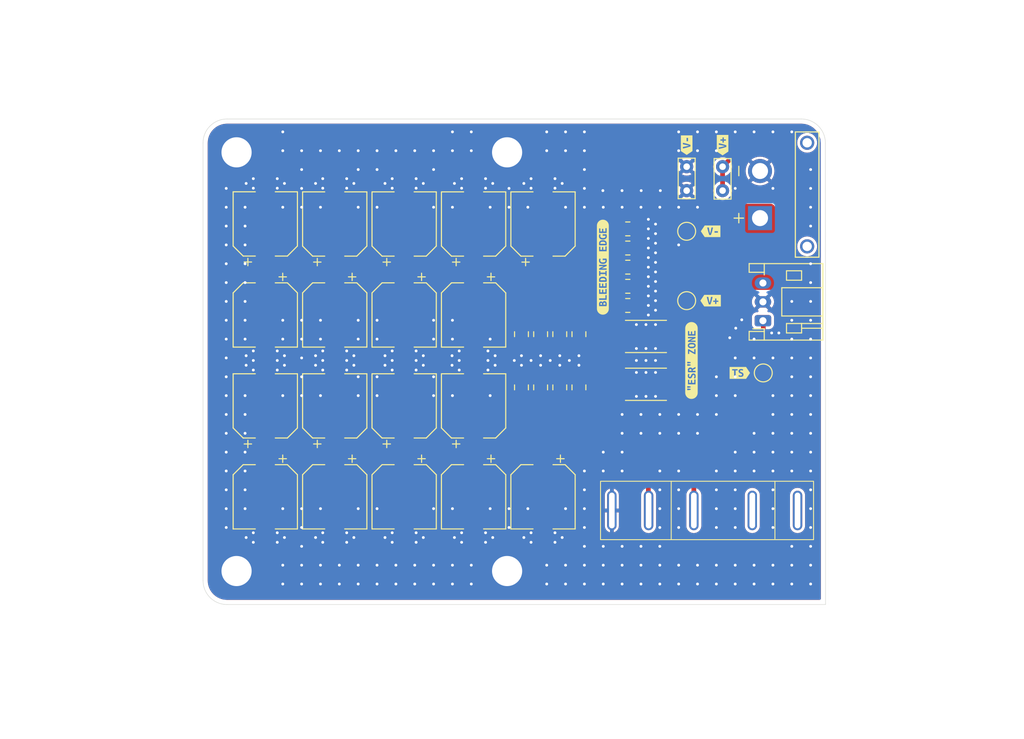
<source format=kicad_pcb>
(kicad_pcb (version 20240108) (generator "pcbnew") (generator_version "8.0")
  (layers (0 "F.Cu" signal) (31 "B.Cu" signal) (34 "B.Paste" user) (35 "F.Paste" user) (36 "B.SilkS" user "B.Silkscreen") (37 "F.SilkS" user "F.Silkscreen") (38 "B.Mask" user) (39 "F.Mask" user) (44 "Edge.Cuts" user))
  (net 0 "")
  (net 1 "VCC")
  (net 2 "GND")
  (net 3 "TS")
  (net 4 "VBAT")
  (footprint "Capacitor_SMD:C_0805_2012Metric" (layer "F.Cu") (at 143.764 92.009 90)
    (property "Reference" "C124" (hide yes))
    (property "Value" "10u" (hide yes))
  )
  (footprint "kibuzzard-67A881E3" (layer "F.Cu") (at 159.258 66.294 90)
    (property "Reference" "kibuzzard-67A881E3" (hide yes))
    (property "Value" "G***" (hide yes))
  )
  (footprint "kibuzzard-67A881D8" (layer "F.Cu") (at 161.798 82.804)
    (property "Reference" "kibuzzard-67A881D8" (hide yes))
    (property "Value" "G***" (hide yes))
  )
  (footprint "kibuzzard-67A881E3" (layer "F.Cu") (at 161.798 75.438)
    (property "Reference" "kibuzzard-67A881E3" (hide yes))
    (property "Value" "G***" (hide yes))
  )
  (footprint "MountingHole:MountingHole_3.2mm_M3_ISO7380_Pad" (layer "F.Cu") (at 111.506 111.506)
    (property "Reference" "H101" (hide yes))
    (property "Value" "MountingHole_Pad" (hide yes))
  )
  (footprint "Resistor_SMD:R_2512_6332Metric" (layer "F.Cu") (at 154.94 86.602 180)
    (property "Reference" "R101" (hide yes))
    (property "Value" "300m" (hide yes))
  )
  (footprint "Resistor_SMD:R_2512_6332Metric" (layer "F.Cu") (at 154.94 91.682 180)
    (property "Reference" "R102" (hide yes))
    (property "Value" "300m" (hide yes))
  )
  (footprint "MountingHole:MountingHole_3.2mm_M3_ISO7380_Pad" (layer "F.Cu") (at 140.208 111.506)
    (property "Reference" "H104" (hide yes))
    (property "Value" "MountingHole_Pad" (hide yes))
  )
  (footprint "Capacitor_SMD:CP_Elec_6.3x5.4" (layer "F.Cu") (at 121.92 93.974 90)
    (property "Reference" "C114" (hide yes))
    (property "Value" "100u" (hide yes))
  )
  (footprint "TestPoint:TestPoint_Pad_D1.5mm" (layer "F.Cu") (at 159.258 75.438)
    (property "Reference" "TP103" (hide yes))
    (property "Value" "TestPoint" (hide yes))
  )
  (footprint "Capacitor_SMD:CP_Elec_6.3x5.4" (layer "F.Cu") (at 129.286 74.664 90)
    (property "Reference" "C102" (hide yes))
    (property "Value" "100u" (hide yes))
  )
  (footprint "MUFFIN:WXD3-13" (layer "F.Cu") (at 161.72 108.077)
    (property "Reference" "RV101" (hide yes))
    (property "Value" "R_Potentiometer" (hide yes))
  )
  (footprint "Capacitor_SMD:CP_Elec_6.3x5.4" (layer "F.Cu") (at 114.554 74.658 90)
    (property "Reference" "C105" (hide yes))
    (property "Value" "100u" (hide yes))
  )
  (footprint "kibuzzard-67A881D8" (layer "F.Cu") (at 163.068 66.294 90)
    (property "Reference" "kibuzzard-67A881D8" (hide yes))
    (property "Value" "G***" (hide yes))
  )
  (footprint "Resistor_SMD:R_0805_2012Metric" (layer "F.Cu") (at 153.0115 83.312 180)
    (property "Reference" "R103" (hide yes))
    (property "Value" "1M" (hide yes))
  )
  (footprint "Capacitor_SMD:C_0805_2012Metric" (layer "F.Cu") (at 147.828 86.36 -90)
    (property "Reference" "C119" (hide yes))
    (property "Value" "10u" (hide yes))
  )
  (footprint "Resistor_SMD:R_0805_2012Metric" (layer "F.Cu") (at 153.0115 77.216 180)
    (property "Reference" "R106" (hide yes))
    (property "Value" "1M" (hide yes))
  )
  (footprint "Resistor_SMD:R_0805_2012Metric" (layer "F.Cu") (at 153.0115 79.248 180)
    (property "Reference" "R105" (hide yes))
    (property "Value" "1M" (hide yes))
  )
  (footprint "Capacitor_SMD:C_0805_2012Metric" (layer "F.Cu") (at 145.796 92.009 90)
    (property "Reference" "C125" (hide yes))
    (property "Value" "10u" (hide yes))
  )
  (footprint "MountingHole:MountingHole_3.2mm_M3_ISO7380_Pad" (layer "F.Cu") (at 140.208 67.056)
    (property "Reference" "H103" (hide yes))
    (property "Value" "MountingHole_Pad" (hide yes))
  )
  (footprint "Capacitor_SMD:CP_Elec_6.3x5.4" (layer "F.Cu") (at 136.652 84.322 -90)
    (property "Reference" "C106" (hide yes))
    (property "Value" "100u" (hide yes))
  )
  (footprint "Capacitor_SMD:CP_Elec_6.3x5.4" (layer "F.Cu") (at 121.92 74.664 90)
    (property "Reference" "C101" (hide yes))
    (property "Value" "100u" (hide yes))
  )
  (footprint "kibuzzard-67A87EB1" (layer "F.Cu") (at 150.368 79.248 90)
    (property "Reference" "kibuzzard-67A87EB1" (hide yes))
    (property "Value" "G***" (hide yes))
  )
  (footprint "Capacitor_SMD:C_0805_2012Metric" (layer "F.Cu") (at 143.764 86.36 -90)
    (property "Reference" "C121" (hide yes))
    (property "Value" "10u" (hide yes))
  )
  (footprint "Capacitor_SMD:C_0805_2012Metric" (layer "F.Cu") (at 147.828 92.009 90)
    (property "Reference" "C126" (hide yes))
    (property "Value" "10u" (hide yes))
  )
  (footprint "footprints:AMASS_XT30PW-F" (layer "F.Cu") (at 172.03925 71.54 -90)
    (property "Reference" "J102" (hide yes))
    (property "Value" "XT30PW-F" (hide yes))
  )
  (footprint "Symbol:Symbol_HighVoltage_Triangle_6x6mm_Copper" (layer "F.Cu") (at 153.543 67.437)
    (property "Reference" "REF**" (hide yes))
    (property "Value" "Symbol_HighVoltage_Triangle_6x6mm_Copper" (hide yes))
  )
  (footprint "Capacitor_SMD:CP_Elec_6.3x5.4" (layer "F.Cu") (at 121.92 84.322 -90)
    (property "Reference" "C111" (hide yes))
    (property "Value" "100u" (hide yes))
  )
  (footprint "Capacitor_SMD:CP_Elec_6.3x5.4" (layer "F.Cu") (at 136.652 93.974 90)
    (property "Reference" "C116" (hide yes))
    (property "Value" "100u" (hide yes))
  )
  (footprint "MountingHole:MountingHole_3.2mm_M3_ISO7380_Pad" (layer "F.Cu") (at 111.506 67.056)
    (property "Reference" "H102" (hide yes))
    (property "Value" "MountingHole_Pad" (hide yes))
  )
  (footprint "TestPoint:TestPoint_Bridge_Pitch2.54mm_Drill0.7mm" (layer "F.Cu") (at 159.258 68.58 -90)
    (property "Reference" "TP105" (hide yes))
    (property "Value" "TestPoint" (hide yes))
  )
  (footprint "Capacitor_SMD:C_0805_2012Metric" (layer "F.Cu") (at 141.732 86.36 -90)
    (property "Reference" "C122" (hide yes))
    (property "Value" "10u" (hide yes))
  )
  (footprint "Capacitor_SMD:C_0805_2012Metric" (layer "F.Cu") (at 145.796 86.36 -90)
    (property "Reference" "C120" (hide yes))
    (property "Value" "10u" (hide yes))
  )
  (footprint "TestPoint:TestPoint_Bridge_Pitch2.54mm_Drill0.7mm" (layer "F.Cu") (at 163.068 71.12 90)
    (property "Reference" "TP104" (hide yes))
    (property "Value" "TestPoint" (hide yes))
  )
  (footprint "Capacitor_SMD:C_0805_2012Metric" (layer "F.Cu") (at 141.732 92.009 90)
    (property "Reference" "C123" (hide yes))
    (property "Value" "10u" (hide yes))
  )
  (footprint "Capacitor_SMD:CP_Elec_6.3x5.4" (layer "F.Cu") (at 136.652 74.664 90)
    (property "Reference" "C103" (hide yes))
    (property "Value" "100u" (hide yes))
  )
  (footprint "TestPoint:TestPoint_Pad_D1.5mm" (layer "F.Cu") (at 167.386 90.4748)
    (property "Reference" "TP101" (hide yes))
    (property "Value" "TestPoint" (hide yes))
  )
  (footprint "Resistor_SMD:R_0805_2012Metric" (layer "F.Cu") (at 153.0115 81.28 180)
    (property "Reference" "R104" (hide yes))
    (property "Value" "1M" (hide yes))
  )
  (footprint "Capacitor_SMD:CP_Elec_6.3x5.4" (layer "F.Cu") (at 114.554 103.626 -90)
    (property "Reference" "C118" (hide yes))
    (property "Value" "100u" (hide yes))
  )
  (footprint "Capacitor_SMD:CP_Elec_6.3x5.4" (layer "F.Cu") (at 144.018 103.626 -90)
    (property "Reference" "C107" (hide yes))
    (property "Value" "100u" (hide yes))
  )
  (footprint "Capacitor_SMD:CP_Elec_6.3x5.4" (layer "F.Cu") (at 129.286 103.626 -90)
    (property "Reference" "C109" (hide yes))
    (property "Value" "100u" (hide yes))
  )
  (footprint "kibuzzard-67A7E40D" (layer "F.Cu") (at 163.068 109.22)
    (property "Reference" "kibuzzard-67A7E40D" (hide yes))
    (property "Value" "G***" (hide yes))
  )
  (footprint "TestPoint:TestPoint_Pad_D1.5mm" (layer "F.Cu") (at 159.258 82.804)
    (property "Reference" "TP102" (hide yes))
    (property "Value" "TestPoint" (hide yes))
  )
  (footprint "kibuzzard-67A87EE2" (layer "F.Cu") (at 159.766 89.154 90)
    (property "Reference" "kibuzzard-67A87EE2" (hide yes))
    (property "Value" "G***" (hide yes))
  )
  (footprint "Connector_JST:JST_PH_S3B-PH-K_1x03_P2.00mm_Horizontal" (layer "F.Cu") (at 167.349 84.931 90)
    (property "Reference" "J101" (hide yes))
    (property "Value" "Conn_01x03_Pin" (hide yes))
  )
  (footprint "Capacitor_SMD:CP_Elec_6.3x5.4" (layer "F.Cu") (at 114.554 84.322 -90)
    (property "Reference" "C112" (hide yes))
    (property "Value" "100u" (hide yes))
  )
  (footprint "kibuzzard-67A7E497" (layer "F.Cu") (at 125.476 65.024)
    (property "Reference" "kibuzzard-67A7E497" (hide yes))
    (property "Value" "G***" (hide yes))
  )
  (footprint "Capacitor_SMD:CP_Elec_6.3x5.4" (layer "F.Cu") (at 144.018 74.664 90)
    (property "Reference" "C104" (hide yes))
    (property "Value" "100u" (hide yes))
  )
  (footprint "kibuzzard-67A881B4" (layer "F.Cu") (at 164.8968 90.4748)
    (property "Reference" "kibuzzard-67A881B4" (hide yes))
    (property "Value" "G***" (hide yes))
  )
  (footprint "Capacitor_SMD:CP_Elec_6.3x5.4" (layer "F.Cu") (at 129.286 93.974 90)
    (property "Reference" "C115" (hide yes))
    (property "Value" "100u" (hide yes))
  )
  (footprint "Capacitor_SMD:CP_Elec_6.3x5.4" (layer "F.Cu") (at 121.92 103.626 -90)
    (property "Reference" "C117" (hide yes))
    (property "Value" "100u" (hide yes))
  )
  (footprint "Resistor_SMD:R_0805_2012Metric" (layer "F.Cu") (at 153.0115 75.184 180)
    (property "Reference" "R107" (hide yes))
    (property "Value" "1M" (hide yes))
  )
  (footprint "Capacitor_SMD:CP_Elec_6.3x5.4" (layer "F.Cu") (at 114.554 93.974 90)
    (property "Reference" "C113" (hide yes))
    (property "Value" "100u" (hide yes))
  )
  (footprint "Capacitor_SMD:CP_Elec_6.3x5.4" (layer "F.Cu") (at 136.652 103.626 -90)
    (property "Reference" "C108" (hide yes))
    (property "Value" "100u" (hide yes))
  )
  (footprint "Capacitor_SMD:CP_Elec_6.3x5.4" (layer "F.Cu") (at 129.286 84.322 -90)
    (property "Reference" "C110" (hide yes))
    (property "Value" "100u" (hide yes))
  )
  (gr_line (start 173.99 88.9) (end 173.971949 66.058051) (stroke (width 0.05)) (layer "Edge.Cuts"))
  (gr_line (start 110.49 115.062) (end 173.99 115.062) (stroke (width 0.05)) (layer "Edge.Cuts"))
  (gr_line (start 107.95 66.058051) (end 107.95 112.522) (stroke (width 0.05)) (layer "Edge.Cuts"))
  (gr_line (start 171.431949 63.518051) (end 110.49 63.518051) (stroke (width 0.05)) (layer "Edge.Cuts"))
  (gr_arc (start 110.49 115.062) (mid 108.693949 114.318051) (end 107.95 112.522) (stroke (width 0.05)) (layer "Edge.Cuts"))
  (gr_arc (start 107.95 66.058051) (mid 108.693949 64.262) (end 110.49 63.518051) (stroke (width 0.05)) (layer "Edge.Cuts"))
  (gr_arc (start 171.431949 63.518051) (mid 173.228 64.262) (end 173.971949 66.058051) (stroke (width 0.05)) (layer "Edge.Cuts"))
  (gr_line (start 173.99 115.062) (end 173.99 88.9) (stroke (width 0.05)) (layer "Edge.Cuts"))
  (via (at 158.409458 96.88455) (size 0.6) (drill 0.3) (layers "F.Cu" "B.Cu") (net 2))
  (via (at 150.409458 100.88455) (size 0.6) (drill 0.3) (layers "F.Cu" "B.Cu") (net 2))
  (via (at 132.409458 72.88455) (size 0.6) (drill 0.3) (layers "F.Cu" "B.Cu") (net 2))
  (via (at 134.409458 84.88455) (size 0.6) (drill 0.3) (layers "F.Cu" "B.Cu") (net 2))
  (via (at 140.97 89.154) (size 0.6) (drill 0.3) (layers "F.Cu" "B.Cu") (net 2))
  (via (at 122.409458 112.88455) (size 0.6) (drill 0.3) (layers "F.Cu" "B.Cu") (net 2))
  (via (at 116.409458 64.88455) (size 0.6) (drill 0.3) (layers "F.Cu" "B.Cu") (net 2))
  (via (at 120.65 107.442) (size 0.6) (drill 0.3) (layers "F.Cu" "B.Cu") (net 2))
  (via (at 135.382 108.458) (size 0.6) (drill 0.3) (layers "F.Cu" "B.Cu") (net 2))
  (via (at 158.409458 102.88455) (size 0.6) (drill 0.3) (layers "F.Cu" "B.Cu") (net 2))
  (via (at 110.409458 72.88455) (size 0.6) (drill 0.3) (layers "F.Cu" "B.Cu") (net 2))
  (via (at 123.19 108.458) (size 0.6) (drill 0.3) (layers "F.Cu" "B.Cu") (net 2))
  (via (at 156.409458 96.88455) (size 0.6) (drill 0.3) (layers "F.Cu" "B.Cu") (net 2))
  (via (at 130.409458 112.88455) (size 0.6) (drill 0.3) (layers "F.Cu" "B.Cu") (net 2))
  (via (at 154.409458 108.88455) (size 0.6) (drill 0.3) (layers "F.Cu" "B.Cu") (net 2))
  (via (at 155.956 82.804) (size 0.6) (drill 0.3) (layers "F.Cu" "B.Cu") (net 2))
  (via (at 160.409458 96.88455) (size 0.6) (drill 0.3) (layers "F.Cu" "B.Cu") (net 2))
  (via (at 127.254 89.662) (size 0.6) (drill 0.3) (layers "F.Cu" "B.Cu") (net 2))
  (via (at 164.465 85.725) (size 0.6) (drill 0.3) (layers "F.Cu" "B.Cu") (net 2))
  (via (at 156.409458 102.88455) (size 0.6) (drill 0.3) (layers "F.Cu" "B.Cu") (net 2))
  (via (at 123.19 70.866) (size 0.6) (drill 0.3) (layers "F.Cu" "B.Cu") (net 2))
  (via (at 168.409458 92.88455) (size 0.6) (drill 0.3) (layers "F.Cu" "B.Cu") (net 2))
  (via (at 131.318 70.358) (size 0.6) (drill 0.3) (layers "F.Cu" "B.Cu") (net 2))
  (via (at 120.409458 104.88455) (size 0.6) (drill 0.3) (layers "F.Cu" "B.Cu") (net 2))
  (via (at 127.254 70.358) (size 0.6) (drill 0.3) (layers "F.Cu" "B.Cu") (net 2))
  (via (at 168.409458 104.88455) (size 0.6) (drill 0.3) (layers "F.Cu" "B.Cu") (net 2))
  (via (at 110.409458 82.88455) (size 0.6) (drill 0.3) (layers "F.Cu" "B.Cu") (net 2))
  (via (at 146.409458 72.88455) (size 0.6) (drill 0.3) (layers "F.Cu" "B.Cu") (net 2))
  (via (at 160.409458 72.88455) (size 0.6) (drill 0.3) (layers "F.Cu" "B.Cu") (net 2))
  (via (at 136.409458 110.88455) (size 0.6) (drill 0.3) (layers "F.Cu" "B.Cu") (net 2))
  (via (at 134.409458 72.88455) (size 0.6) (drill 0.3) (layers "F.Cu" "B.Cu") (net 2))
  (via (at 172.409458 70.88455) (size 0.6) (drill 0.3) (layers "F.Cu" "B.Cu") (net 2))
  (via (at 128.016 90.17) (size 0.6) (drill 0.3) (layers "F.Cu" "B.Cu") (net 2))
  (via (at 141.732 88.646) (size 0.6) (drill 0.3) (layers "F.Cu" "B.Cu") (net 2))
  (via (at 145.796 88.646) (size 0.6) (drill 0.3) (layers "F.Cu" "B.Cu") (net 2))
  (via (at 118.409458 86.88455) (size 0.6) (drill 0.3) (layers "F.Cu" "B.Cu") (net 2))
  (via (at 158.409458 104.88455) (size 0.6) (drill 0.3) (layers "F.Cu" "B.Cu") (net 2))
  (via (at 132.409458 110.88455) (size 0.6) (drill 0.3) (layers "F.Cu" "B.Cu") (net 2))
  (via (at 132.409458 66.88455) (size 0.6) (drill 0.3) (layers "F.Cu" "B.Cu") (net 2))
  (via (at 132.409458 68.88455) (size 0.6) (drill 0.3) (layers "F.Cu" "B.Cu") (net 2))
  (via (at 116.409458 86.88455) (size 0.6) (drill 0.3) (layers "F.Cu" "B.Cu") (net 2))
  (via (at 152.409458 96.88455) (size 0.6) (drill 0.3) (layers "F.Cu" "B.Cu") (net 2))
  (via (at 118.409458 112.88455) (size 0.6) (drill 0.3) (layers "F.Cu" "B.Cu") (net 2))
  (via (at 132.409458 92.88455) (size 0.6) (drill 0.3) (layers "F.Cu" "B.Cu") (net 2))
  (via (at 155.956 78.74) (size 0.6) (drill 0.3) (layers "F.Cu" "B.Cu") (net 2))
  (via (at 160.409458 110.88455) (size 0.6) (drill 0.3) (layers "F.Cu" "B.Cu") (net 2))
  (via (at 155.956 83.82) (size 0.6) (drill 0.3) (layers "F.Cu" "B.Cu") (net 2))
  (via (at 154.94 92.964) (size 0.6) (drill 0.3) (layers "F.Cu" "B.Cu") (net 2))
  (via (at 154.94 90.424) (size 0.6) (drill 0.3) (layers "F.Cu" "B.Cu") (net 2))
  (via (at 170.409458 100.88455) (size 0.6) (drill 0.3) (layers "F.Cu" "B.Cu") (net 2))
  (via (at 147.828 88.646) (size 0.6) (drill 0.3) (layers "F.Cu" "B.Cu") (net 2))
  (via (at 130.556 108.458) (size 0.6) (drill 0.3) (layers "F.Cu" "B.Cu") (net 2))
  (via (at 154.432 71.12) (size 0.6) (drill 0.3) (layers "F.Cu" "B.Cu") (net 2))
  (via (at 164.409458 100.88455) (size 0.6) (drill 0.3) (layers "F.Cu" "B.Cu") (net 2))
  (via (at 115.824 69.85) (size 0.6) (drill 0.3) (layers "F.Cu" "B.Cu") (net 2))
  (via (at 172.409458 98.88455) (size 0.6) (drill 0.3) (layers "F.Cu" "B.Cu") (net 2))
  (via (at 136.409458 64.88455) (size 0.6) (drill 0.3) (layers "F.Cu" "B.Cu") (net 2))
  (via (at 123.19 107.442) (size 0.6) (drill 0.3) (layers "F.Cu" "B.Cu") (net 2))
  (via (at 152.409458 108.88455) (size 0.6) (drill 0.3) (layers "F.Cu" "B.Cu") (net 2))
  (via (at 132.409458 104.88455) (size 0.6) (drill 0.3) (layers "F.Cu" "B.Cu") (net 2))
  (via (at 162.409458 100.88455) (size 0.6) (drill 0.3) (layers "F.Cu" "B.Cu") (net 2))
  (via (at 145.288 70.866) (size 0.6) (drill 0.3) (layers "F.Cu" "B.Cu") (net 2))
  (via (at 170.409458 94.88455) (size 0.6) (drill 0.3) (layers "F.Cu" "B.Cu") (net 2))
  (via (at 118.409458 88.88455) (size 0.6) (drill 0.3) (layers "F.Cu" "B.Cu") (net 2))
  (via (at 118.409458 66.88455) (size 0.6) (drill 0.3) (layers "F.Cu" "B.Cu") (net 2))
  (via (at 166.409458 110.88455) (size 0.6) (drill 0.3) (layers "F.Cu" "B.Cu") (net 2))
  (via (at 120.409458 86.88455) (size 0.6) (drill 0.3) (layers "F.Cu" "B.Cu") (net 2))
  (via (at 152.409458 94.88455) (size 0.6) (drill 0.3) (layers "F.Cu" "B.Cu") (net 2))
  (via (at 153.924 89.154) (size 0.6) (drill 0.3) (layers "F.Cu" "B.Cu") (net 2))
  (via (at 164.409458 104.88455) (size 0.6) (drill 0.3) (layers "F.Cu" "B.Cu") (net 2))
  (via (at 128.016 88.138) (size 0.6) (drill 0.3) (layers "F.Cu" "B.Cu") (net 2))
  (via (at 155.956 90.424) (size 0.6) (drill 0.3) (layers "F.Cu" "B.Cu") (net 2))
  (via (at 155.956 75.692) (size 0.6) (drill 0.3) (layers "F.Cu" "B.Cu") (net 2))
  (via (at 162.409458 102.88455) (size 0.6) (drill 0.3) (layers "F.Cu" "B.Cu") (net 2))
  (via (at 110.409458 84.88455) (size 0.6) (drill 0.3) (layers "F.Cu" "B.Cu") (net 2))
  (via (at 116.409458 72.88455) (size 0.6) (drill 0.3) (layers "F.Cu" "B.Cu") (net 2))
  (via (at 168.409458 110.88455) (size 0.6) (drill 0.3) (layers "F.Cu" "B.Cu") (net 2))
  (via (at 172.409458 112.88455) (size 0.6) (drill 0.3) (layers "F.Cu" "B.Cu") (net 2))
  (via (at 154.409458 72.88455) (size 0.6) (drill 0.3) (layers "F.Cu" "B.Cu") (net 2))
  (via (at 146.409458 110.88455) (size 0.6) (drill 0.3) (layers "F.Cu" "B.Cu") (net 2))
  (via (at 146.409458 64.88455) (size 0.6) (drill 0.3) (layers "F.Cu" "B.Cu") (net 2))
  (via (at 118.409458 70.88455) (size 0.6) (drill 0.3) (layers "F.Cu" "B.Cu") (net 2))
  (via (at 138.938 89.662) (size 0.6) (drill 0.3) (layers "F.Cu" "B.Cu") (net 2))
  (via (at 162.409458 90.88455) (size 0.6) (drill 0.3) (layers "F.Cu" "B.Cu") (net 2))
  (via (at 112.409458 78.88455) (size 0.6) (drill 0.3) (layers "F.Cu" "B.Cu") (net 2))
  (via (at 143.764 88.646) (size 0.6) (drill 0.3) (layers "F.Cu" "B.Cu") (net 2))
  (via (at 135.128 88.138) (size 0.6) (drill 0.3) (layers "F.Cu" "B.Cu") (net 2))
  (via (at 168.409458 64.88455) (size 0.6) (drill 0.3) (layers "F.Cu" "B.Cu") (net 2))
  (via (at 138.938 88.646) (size 0.6) (drill 0.3) (layers "F.Cu" "B.Cu") (net 2))
  (via (at 112.522 70.358) (size 0.6) (drill 0.3) (layers "F.Cu" "B.Cu") (net 2))
  (via (at 126.409458 84.88455) (size 0.6) (drill 0.3) (layers "F.Cu" "B.Cu") (net 2))
  (via (at 166.409458 96.88455) (size 0.6) (drill 0.3) (layers "F.Cu" "B.Cu") (net 2))
  (via (at 141.986 107.95) (size 0.6) (drill 0.3) (layers "F.Cu" "B.Cu") (net 2))
  (via (at 168.409458 100.88455) (size 0.6) (drill 0.3) (layers "F.Cu" "B.Cu") (net 2))
  (via (at 112.409458 86.88455) (size 0.6) (drill 0.3) (layers "F.Cu" "B.Cu") (net 2))
  (via (at 138.176 88.138) (size 0.6) (drill 0.3) (layers "F.Cu" "B.Cu") (net 2))
  (via (at 128.016 69.85) (size 0.6) (drill 0.3) (layers "F.Cu" "B.Cu") (net 2))
  (via (at 138.409458 92.88455) (size 0.6) (drill 0.3) (layers "F.Cu" "B.Cu") (net 2))
  (via (at 155.956 81.788) (size 0.6) (drill 0.3) (layers "F.Cu" "B.Cu") (net 2))
  (via (at 163.83 86.741) (size 0.6) (drill 0.3) (layers "F.Cu" "B.Cu") (net 2))
  (via (at 128.409458 66.88455) (size 0.6) (drill 0.3) (layers "F.Cu" "B.Cu") (net 2))
  (via (at 172.409458 80.88455) (size 0.6) (drill 0.3) (layers "F.Cu" "B.Cu") (net 2))
  (via (at 110.409458 88.88455) (size 0.6) (drill 0.3) (layers "F.Cu" "B.Cu") (net 2))
  (via (at 112.522 88.646) (size 0.6) (drill 0.3) (layers "F.Cu" "B.Cu") (net 2))
  (via (at 140.409458 72.88455) (size 0.6) (drill 0.3) (layers "F.Cu" "B.Cu") (net 2))
  (via (at 172.409458 90.88455) (size 0.6) (drill 0.3) (layers "F.Cu" "B.Cu") (net 2))
  (via (at 164.409458 106.88455) (size 0.6) (drill 0.3) (layers "F.Cu" "B.Cu") (net 2))
  (via (at 164.409458 64.88455) (size 0.6) (drill 0.3) (layers "F.Cu" "B.Cu") (net 2))
  (via (at 148.409458 64.88455) (size 0.6) (drill 0.3) (layers "F.Cu" "B.Cu") (net 2))
  (via (at 172.409458 86.88455) (size 0.6) (drill 0.3) (layers "F.Cu" "B.Cu") (net 2))
  (via (at 128.016 108.458) (size 0.6) (drill 0.3) (layers "F.Cu" "B.Cu") (net 2))
  (via (at 110.409458 98.88455) (size 0.6) (drill 0.3) (layers "F.Cu" "B.Cu") (net 2))
  (via (at 154.94 85.344) (size 0.6) (drill 0.3) (layers "F.Cu" "B.Cu") (net 2))
  (via (at 142.409458 72.88455) (size 0.6) (drill 0.3) (layers "F.Cu" "B.Cu") (net 2))
  (via (at 135.128 89.154) (size 0.6) (drill 0.3) (layers "F.Cu" "B.Cu") (net 2))
  (via (at 124.409458 66.88455) (size 0.6) (drill 0.3) (layers "F.Cu" "B.Cu") (net 2))
  (via (at 126.409458 92.88455) (size 0.6) (drill 0.3) (layers "F.Cu" "B.Cu") (net 2))
  (via (at 124.409458 92.88455) (size 0.6) (drill 0.3) (layers "F.Cu" "B.Cu") (net 2))
  (via (at 112.522 107.95) (size 0.6) (drill 0.3) (layers "F.Cu" "B.Cu") (net 2))
  (via (at 172.409458 92.88455) (size 0.6) (drill 0.3) (layers "F.Cu" "B.Cu") (net 2))
  (via (at 130.556 89.154) (size 0.6) (drill 0.3) (layers "F.Cu" "B.Cu") (net 2))
  (via (at 134.366 89.662) (size 0.6) (drill 0.3) (layers "F.Cu" "B.Cu") (net 2))
  (via (at 162.409458 92.88455) (size 0.6) (drill 0.3) (layers "F.Cu" "B.Cu") (net 2))
  (via (at 148.409458 70.88455) (size 0.6) (drill 0.3) (layers "F.Cu" "B.Cu") (net 2))
  (via (at 132.409458 112.88455) (size 0.6) (drill 0.3) (layers "F.Cu" "B.Cu") (net 2))
  (via (at 155.956 74.676) (size 0.6) (drill 0.3) (layers "F.Cu" "B.Cu") (net 2))
  (via (at 138.684 70.358) (size 0.6) (drill 0.3) (layers "F.Cu" "B.Cu") (net 2))
  (via (at 148.409458 112.88455) (size 0.6) (drill 0.3) (layers "F.Cu" "B.Cu") (net 2))
  (via (at 116.586 88.646) (size 0.6) (drill 0.3) (layers "F.Cu" "B.Cu") (net 2))
  (via (at 110.409458 94.88455) (size 0.6) (drill 0.3) (layers "F.Cu" "B.Cu") (net 2))
  (via (at 135.382 70.866) (size 0.6) (drill 0.3) (layers "F.Cu" "B.Cu") (net 2))
  (via (at 128.016 70.866) (size 0.6) (drill 0.3) (layers "F.Cu" "B.Cu") (net 2))
  (via (at 135.382 69.85) (size 0.6) (drill 0.3) (layers "F.Cu" "B.Cu") (net 2))
  (via (at 112.409458 98.88455) (size 0.6) (drill 0.3) (layers "F.Cu" "B.Cu") (net 2))
  (via (at 116.586 70.358) (size 0.6) (drill 0.3) (layers "F.Cu" "B.Cu") (net 2))
  (via (at 172.409458 102.88455) (size 0.6) (drill 0.3) (layers "F.Cu" "B.Cu") (net 2))
  (via (at 168.409458 96.88455) (size 0.6) (drill 0.3) (layers "F.Cu" "B.Cu") (net 2))
  (via (at 134.409458 64.88455) (size 0.6) (drill 0.3) (layers "F.Cu" "B.Cu") (net 2))
  (via (at 155.194 76.2) (size 0.6) (drill 0.3) (layers "F.Cu" "B.Cu") (net 2))
  (via (at 132.409458 90.88455) (size 0.6) (drill 0.3) (layers "F.Cu" "B.Cu") (net 2))
  (via (at 137.922 69.85) (size 0.6) (drill 0.3) (layers "F.Cu" "B.Cu") (net 2))
  (via (at 146.812 89.154) (size 0.6) (drill 0.3) (layers "F.Cu" "B.Cu") (net 2))
  (via (at 123.19 69.85) (size 0.6) (drill 0.3) (layers "F.Cu" "B.Cu") (net 2))
  (via (at 164.409458 92.88455) (size 0.6) (drill 0.3) (layers "F.Cu" "B.Cu") (net 2))
  (via (at 124.409458 112.88455) (size 0.6) (drill 0.3) (layers "F.Cu" "B.Cu") (net 2))
  (via (at 116.586 107.95) (size 0.6) (drill 0.3) (layers "F.Cu" "B.Cu") (net 2))
  (via (at 172.409458 110.88455) (size 0.6) (drill 0.3) (layers "F.Cu" "B.Cu") (net 2))
  (via (at 154.94 89.154) (size 0.6) (drill 0.3) (layers "F.Cu" "B.Cu") (net 2))
  (via (at 124.409458 68.88455) (size 0.6) (drill 0.3) (layers "F.Cu" "B.Cu") (net 2))
  (via (at 127.254 107.95) (size 0.6) (drill 0.3) (layers "F.Cu" "B.Cu") (net 2))
  (via (at 160.409458 64.88455) (size 0.6) (drill 0.3) (layers "F.Cu" "B.Cu") (net 2))
  (via (at 162.409458 94.88455) (size 0.6) (drill 0.3) (layers "F.Cu" "B.Cu") (net 2))
  (via (at 152.409458 98.88455) (size 0.6) (drill 0.3) (layers "F.Cu" "B.Cu") (net 2))
  (via (at 140.409458 104.88455) (size 0.6) (drill 0.3) (layers "F.Cu" "B.Cu") (net 2))
  (via (at 156.409458 100.88455) (size 0.6) (drill 0.3) (layers "F.Cu" "B.Cu") (net 2))
  (via (at 153.924 90.424) (size 0.6) (drill 0.3) (layers "F.Cu" "B.Cu") (net 2))
  (via (at 118.409458 68.88455) (size 0.6) (drill 0.3) (layers "F.Cu" "B.Cu") (net 2))
  (via (at 120.65 69.85) (size 0.6) (drill 0.3) (layers "F.Cu" "B.Cu") (net 2))
  (via (at 164.409458 88.88455) (size 0.6) (drill 0.3) (layers "F.Cu" "B.Cu") (net 2))
  (via (at 110.409458 92.88455) (size 0.6) (drill 0.3) (layers "F.Cu" "B.Cu") (net 2))
  (via (at 138.409458 72.88455) (size 0.6) (drill 0.3) (layers "F.Cu" "B.Cu") (net 2))
  (via (at 112.409458 96.88455) (size 0.6) (drill 0.3) (layers "F.Cu" "B.Cu") (net 2))
  (via (at 124.409458 90.88455) (size 0.6) (drill 0.3) (layers "F.Cu" "B.Cu") (net 2))
  (via (at 154.409458 112.88455) (size 0.6) (drill 0.3) (layers "F.Cu" "B.Cu") (net 2))
  (via (at 128.016 107.442) (size 0.6) (drill 0.3) (layers "F.Cu" "B.Cu") (net 2))
  (via (at 155.194 81.28) (size 0.6) (drill 0.3) (layers "F.Cu" "B.Cu") (net 2))
  (via (at 158.409458 110.88455) (size 0.6) (drill 0.3) (layers "F.Cu" "B.Cu") (net 2))
  (via (at 116.409458 92.88455) (size 0.6) (drill 0.3) (layers "F.Cu" "B.Cu") (net 2))
  (via (at 142.748 108.458) (size 0.6) (drill 0.3) (layers "F.Cu" "B.Cu") (net 2))
  (via (at 152.409458 72.88455) (size 0.6) (drill 0.3) (layers "F.Cu" "B.Cu") (net 2))
  (via (at 156.409458 108.88455) (size 0.6) (drill 0.3) (layers "F.Cu" "B.Cu") (net 2))
  (via (at 172.409458 88.88455) (size 0.6) (drill 0.3) (layers "F.Cu" "B.Cu") (net 2))
  (via (at 126.409458 90.88455) (size 0.6) (drill 0.3) (layers "F.Cu" "B.Cu") (net 2))
  (via (at 172.409458 72.88455) (size 0.6) (drill 0.3) (layers "F.Cu" "B.Cu") (net 2))
  (via (at 112.409458 74.88455) (size 0.6) (drill 0.3) (layers "F.Cu" "B.Cu") (net 2))
  (via (at 134.409458 92.88455) (size 0.6) (drill 0.3) (layers "F.Cu" "B.Cu") (net 2))
  (via (at 119.888 107.95) (size 0.6) (drill 0.3) (layers "F.Cu" "B.Cu") (net 2))
  (via (at 158.409458 100.88455) (size 0.6) (drill 0.3) (layers "F.Cu" "B.Cu") (net 2))
  (via (at 120.65 70.866) (size 0.6) (drill 0.3) (layers "F.Cu" "B.Cu") (net 2))
  (via (at 164.409458 102.88455) (size 0.6) (drill 0.3) (layers "F.Cu" "B.Cu") (net 2))
  (via (at 140.409458 106.88455) (size 0.6) (drill 0.3) (layers "F.Cu" "B.Cu") (net 2))
  (via (at 155.956 85.344) (size 0.6) (drill 0.3) (layers "F.Cu" "B.Cu") (net 2))
  (via (at 144.409458 66.88455) (size 0.6) (drill 0.3) (layers "F.Cu" "B.Cu") (net 2))
  (via (at 124.409458 110.88455) (size 0.6) (drill 0.3) (layers "F.Cu" "B.Cu") (net 2))
  (via (at 116.409458 66.88455) (size 0.6) (drill 0.3) (layers "F.Cu" "B.Cu") (net 2))
  (via (at 110.409458 74.88455) (size 0.6) (drill 0.3) (layers "F.Cu" "B.Cu") (net 2))
  (via (at 168.409458 94.88455) (size 0.6) (drill 0.3) (layers "F.Cu" "B.Cu") (net 2))
  (via (at 143.764 89.662) (size 0.6) (drill 0.3) (layers "F.Cu" "B.Cu") (net 2))
  (via (at 168.409458 112.88455) (size 0.6) (drill 0.3) (layers "F.Cu" "B.Cu") (net 2))
  (via (at 158.409458 94.88455) (size 0.6) (drill 0.3) (layers "F.Cu" "B.Cu") (net 2))
  (via (at 137.922 107.442) (size 0.6) (drill 0.3) (layers "F.Cu" "B.Cu") (net 2))
  (via (at 169.037 86.233) (size 0.6) (drill 0.3) (layers "F.Cu" "B.Cu") (net 2))
  (via (at 134.409458 66.88455) (size 0.6) (drill 0.3) (layers "F.Cu" "B.Cu") (net 2))
  (via (at 110.409458 106.88455) (size 0.6) (drill 0.3) (layers "F.Cu" "B.Cu") (net 2))
  (via (at 148.409458 106.88455) (size 0.6) (drill 0.3) (layers "F.Cu" "B.Cu") (net 2))
  (via (at 146.05 70.358) (size 0.6) (drill 0.3) (layers "F.Cu" "B.Cu") (net 2))
  (via (at 122.409458 110.88455) (size 0.6) (drill 0.3) (layers "F.Cu" "B.Cu") (net 2))
  (via (at 112.409458 80.88455) (size 0.6) (drill 0.3) (layers "F.Cu" "B.Cu") (net 2))
  (via (at 123.19 89.154) (size 0.6) (drill 0.3) (layers "F.Cu" "B.Cu") (net 2))
  (via (at 112.409458 82.88455) (size 0.6) (drill 0.3) (layers "F.Cu" "B.Cu") (net 2))
  (via (at 120.65 90.17) (size 0.6) (drill 0.3) (layers "F.Cu" "B.Cu") (net 2))
  (via (at 116.409458 104.88455) (size 0.6) (drill 0.3) (layers "F.Cu" "B.Cu") (net 2))
  (via (at 153.924 85.344) (size 0.6) (drill 0.3) (layers "F.Cu" "B.Cu") (net 2))
  (via (at 112.409458 100.88455) (size 0.6) (drill 0.3) (layers "F.Cu" "B.Cu") (net 2))
  (via (at 134.409458 86.88455) (size 0.6) (drill 0.3) (layers "F.Cu" "B.Cu") (net 2))
  (via (at 115.824 70.866) (size 0.6) (drill 0.3) (layers "F.Cu" "B.Cu") (net 2))
  (via (at 124.409458 72.88455) (size 0.6) (drill 0.3) (layers "F.Cu" "B.Cu") (net 2))
  (via (at 155.194 80.264) (size 0.6) (drill 0.3) (layers "F.Cu" "B.Cu") (net 2))
  (via (at 162.409458 104.88455) (size 0.6) (drill 0.3) (layers "F.Cu" "B.Cu") (net 2))
  (via (at 172.409458 68.88455) (size 0.6) (drill 0.3) (layers "F.Cu" "B.Cu") (net 2))
  (via (at 124.409458 104.88455) (size 0.6) (drill 0.3) (layers "F.Cu" "B.Cu") (net 2))
  (via (at 155.194 74.168) (size 0.6) (drill 0.3) (layers "F.Cu" "B.Cu") (net 2))
  (via (at 164.409458 70.88455) (size 0.6) (drill 0.3) (layers "F.Cu" "B.Cu") (net 2))
  (via (at 155.956 76.708) (size 0.6) (drill 0.3) (layers "F.Cu" "B.Cu") (net 2))
  (via (at 115.824 107.442) (size 0.6) (drill 0.3) (layers "F.Cu" "B.Cu") (net 2))
  (via (at 156.409458 112.88455) (size 0.6) (drill 0.3) (layers "F.Cu" "B.Cu") (net 2))
  (via (at 120.409458 72.88455) (size 0.6) (drill 0.3) (layers "F.Cu" "B.Cu") (net 2))
  (via (at 112.409458 104.88455) (size 0.6) (drill 0.3) (layers "F.Cu" "B.Cu") (net 2))
  (via (at 146.409458 112.88455) (size 0.6) (drill 0.3) (layers "F.Cu" "B.Cu") (net 2))
  (via (at 148.409458 66.88455) (size 0.6) (drill 0.3) (layers "F.Cu" "B.Cu") (net 2))
  (via (at 110.409458 102.88455) (size 0.6) (drill 0.3) (layers "F.Cu" "B.Cu") (net 2))
  (via (at 154.409458 96.88455) (size 0.6) (drill 0.3) (layers "F.Cu" "B.Cu") (net 2))
  (via (at 172.409458 108.88455) (size 0.6) (drill 0.3) (layers "F.Cu" "B.Cu") (net 2))
  (via (at 147.828 89.662) (size 0.6) (drill 0.3) (layers "F.Cu" "B.Cu") (net 2))
  (via (at 165.1 84.836) (size 0.6) (drill 0.3) (layers "F.Cu" "B.Cu") (net 2))
  (via (at 137.922 108.458) (size 0.6) (drill 0.3) (layers "F.Cu" "B.Cu") (net 2))
  (via (at 166.409458 64.88455) (size 0.6) (drill 0.3) (layers "F.Cu" "B.Cu") (net 2))
  (via (at 166.409458 112.88455) (size 0.6) (drill 0.3) (layers "F.Cu" "B.Cu") (net 2))
  (via (at 148.409458 72.88455) (size 0.6) (drill 0.3) (layers "F.Cu" "B.Cu") (net 2))
  (via (at 142.748 107.442) (size 0.6) (drill 0.3) (layers "F.Cu" "B.Cu") (net 2))
  (via (at 158.409458 76.88455) (size 0.6) (drill 0.3) (layers "F.Cu" "B.Cu") (net 2))
  (via (at 124.409458 84.88455) (size 0.6) (drill 0.3) (layers "F.Cu" "B.Cu") (net 2))
  (via (at 166.409458 88.88455) (size 0.6) (drill 0.3) (layers "F.Cu" "B.Cu") (net 2))
  (via (at 155.956 77.724) (size 0.6) (drill 0.3) (layers "F.Cu" "B.Cu") (net 2))
  (via (at 150.409458 72.88455) (size 0.6) (drill 0.3) (layers "F.Cu" "B.Cu") (net 2))
  (via (at 113.284 90.17) (size 0.6) (drill 0.3) (layers "F.Cu" "B.Cu") (net 2))
  (via (at 130.409458 66.88455) (size 0.6) (drill 0.3) (layers "F.Cu" "B.Cu") (net 2))
  (via (at 172.409458 100.88455) (size 0.6) (drill 0.3) (layers "F.Cu" "B.Cu") (net 2))
  (via (at 132.409458 84.88455) (size 0.6) (drill 0.3) (layers "F.Cu" "B.Cu") (net 2))
  (via (at 119.888 89.662) (size 0.6) (drill 0.3) (layers "F.Cu" "B.Cu") (net 2))
  (via (at 128.016 89.154) (size 0.6) (drill 0.3) (layers "F.Cu" "B.Cu") (net 2))
  (via (at 155.194 83.312) (size 0.6) (drill 0.3) (layers "F.Cu" "B.Cu") (net 2))
  (via (at 115.824 90.17) (size 0.6) (drill 0.3) (layers "F.Cu" "B.Cu") (net 2))
  (via (at 138.409458 104.88455) (size 0.6) (drill 0.3) (layers "F.Cu" "B.Cu") (net 2))
  (via (at 168.409458 106.88455) (size 0.6) (drill 0.3) (layers "F.Cu" "B.Cu") (net 2))
  (via (at 130.556 70.866) (size 0.6) (drill 0.3) (layers "F.Cu" "B.Cu") (net 2))
  (via (at 155.194 75.184) (size 0.6) (drill 0.3) (layers "F.Cu" "B.Cu") (net 2))
  (via (at 152.409458 112.88455) (size 0.6) (drill 0.3) (layers "F.Cu" "B.Cu") (net 2))
  (via (at 168.409458 102.88455) (size 0.6) (drill 0.3) (layers "F.Cu" "B.Cu") (net 2))
  (via (at 130.409458 110.88455) (size 0.6) (drill 0.3) (layers "F.Cu" "B.Cu") (net 2))
  (via (at 136.409458 112.88455) (size 0.6) (drill 0.3) (layers "F.Cu" "B.Cu") (net 2))
  (via (at 155.956 87.884) (size 0.6) (drill 0.3) (layers "F.Cu" "B.Cu") (net 2))
  (via (at 150.409458 98.88455) (size 0.6) (drill 0.3) (layers "F.Cu" "B.Cu") (net 2))
  (via (at 112.409458 84.88455) (size 0.6) (drill 0.3) (layers "F.Cu" "B.Cu") (net 2))
  (via (at 162.409458 106.88455) (size 0.6) (drill 0.3) (layers "F.Cu" "B.Cu") (net 2))
  (via (at 120.65 89.154) (size 0.6) (drill 0.3) (layers "F.Cu" "B.Cu") (net 2))
  (via (at 110.409458 90.88455) (size 0.6) (drill 0.3) (layers "F.Cu" "B.Cu") (net 2))
  (via (at 119.888 88.646) (size 0.6) (drill 0.3) (layers "F.Cu" "B.Cu") (net 2))
  (via (at 164.409458 90.88455) (size 0.6) (drill 0.3) (layers "F.Cu" "B.Cu") (net 2))
  (via (at 110.409458 78.88455) (size 0.6) (drill 0.3) (layers "F.Cu" "B.Cu") (net 2))
  (via (at 112.409458 76.88455) (size 0.6) (drill 0.3) (layers "F.Cu" "B.Cu") (net 2))
  (via (at 110.409458 80.88455) (size 0.6) (drill 0.3) (layers "F.Cu" "B.Cu") (net 2))
  (via (at 168.409458 70.88455) (size 0.6) (drill 0.3) (layers "F.Cu" "B.Cu") (net 2))
  (via (at 170.409458 64.88455) (size 0.6) (drill 0.3) (layers "F.Cu" "B.Cu") (net 2))
  (via (at 110.409458 76.88455) (size 0.6) (drill 0.3) (layers "F.Cu" "B.Cu") (net 2))
  (via (at 155.194 78.232) (size 0.6) (drill 0.3) (layers "F.Cu" "B.Cu") (net 2))
  (via (at 138.176 89.154) (size 0.6) (drill 0.3) (layers "F.Cu" "B.Cu") (net 2))
  (via (at 155.956 80.772) (size 0.6) (drill 0.3) (layers "F.Cu" "B.Cu") (net 2))
  (via (at 146.409458 104.88455) (size 0.6) (drill 0.3) (layers "F.Cu" "B.Cu") (net 2))
  (via (at 130.556 88.138) (size 0.6) (drill 0.3) (layers "F.Cu" "B.Cu") (net 2))
  (via (at 110.409458 96.88455) (size 0.6) (drill 0.3) (layers "F.Cu" "B.Cu") (net 2))
  (via (at 144.78 89.154) (size 0.6) (drill 0.3) (layers "F.Cu" "B.Cu") (net 2))
  (via (at 115.824 108.458) (size 0.6) (drill 0.3) (layers "F.Cu" "B.Cu") (net 2))
  (via (at 168.409458 88.88455) (size 0.6) (drill 0.3) (layers "F.Cu" "B.Cu") (net 2))
  (via (at 126.409458 104.88455) (size 0.6) (drill 0.3) (layers "F.Cu" "B.Cu") (net 2))
  (via (at 123.19 90.17) (size 0.6) (drill 0.3) (layers "F.Cu" "B.Cu") (net 2))
  (via (at 156.409458 72.88455) (size 0.6) (drill 0.3) (layers "F.Cu" "B.Cu") (net 2))
  (via (at 134.409458 104.88455) (size 0.6) (drill 0.3) (layers "F.Cu" "B.Cu") (net 2))
  (via (at 152.4 71.12) (size 0.6) (drill 0.3) (layers "F.Cu" "B.Cu") (net 2))
  (via (at 170.409458 96.88455) (size 0.6) (drill 0.3) (layers "F.Cu" "B.Cu") (net 2))
  (via (at 128.409458 110.88455) (size 0.6) (drill 0.3) (layers "F.Cu" "B.Cu") (net 2))
  (via (at 148.409458 100.88455) (size 0.6) (drill 0.3) (layers "F.Cu" "B.Cu") (net 2))
  (via (at 172.409458 82.88455) (size 0.6) (drill 0.3) (layers "F.Cu" "B.Cu") (net 2))
  (via (at 142.748 89.154) (size 0.6) (drill 0.3) (layers "F.Cu" "B.Cu") (net 2))
  (via (at 156.409458 94.88455) (size 0.6) (drill 0.3) (layers "F.Cu" "B.Cu") (net 2))
  (via (at 150.368 71.12) (size 0.6) (drill 0.3) (layers "F.Cu" "B.Cu") (net 2))
  (via (at 134.409458 112.88455) (size 0.6) (drill 0.3) (layers "F.Cu" "B.Cu") (net 2))
  (via (at 153.924 92.964) (size 0.6) (drill 0.3) (layers "F.Cu" "B.Cu") (net 2))
  (via (at 158.409458 72.88455) (size 0.6) (drill 0.3) (layers "F.Cu" "B.Cu") (net 2))
  (via (at 135.382 107.442) (size 0.6) (drill 0.3) (layers "F.Cu" "B.Cu") (net 2))
  (via (at 130.556 90.17) (size 0.6) (drill 0.3) (layers "F.Cu" "B.Cu") (net 2))
  (via (at 158.409458 112.88455) (size 0.6) (drill 0.3) (layers "F.Cu" "B.Cu") (net 2))
  (via (at 148.409458 102.88455) (size 0.6) (drill 0.3) (layers "F.Cu" "B.Cu") (net 2))
  (via (at 162.409458 110.88455) (size 0.6) (drill 0.3) (layers "F.Cu" "B.Cu") (net 2))
  (via (at 138.409458 86.88455) (size 0.6) (drill 0.3) (layers "F.Cu" "B.Cu") (net 2))
  (via (at 155.194 77.216) (size 0.6) (drill 0.3) (layers "F.Cu" "B.Cu") (net 2))
  (via (at 144.409458 64.88455) (size 0.6) (drill 0.3) (layers "F.Cu" "B.Cu") (net 2))
  (via (at 118.409458 106.88455) (size 0.6) (drill 0.3) (layers "F.Cu" "B.Cu") (net 2))
  (via (at 126.409458 72.88455) (size 0.6) (drill 0.3) (layers "F.Cu" "B.Cu") (net 2))
  (via (at 126.409458 66.88455) (size 0.6) (drill 0.3) (layers "F.Cu" "B.Cu") (net 2))
  (via (at 124.409458 86.88455) (size 0.6) (drill 0.3) (layers "F.Cu" "B.Cu") (net 2))
  (via (at 131.318 89.662) (size 0.6) (drill 0.3) (layers "F.Cu" "B.Cu") (net 2))
  (via (at 166.409458 98.88455) (size 0.6) (drill 0.3) (layers "F.Cu" "B.Cu") (net 2))
  (via (at 145.288 108.458) (size 0.6) (drill 0.3) (layers "F.Cu" "B.Cu") (net 2))
  (via (at 142.748 70.866) (size 0.6) (drill 0.3) (layers "F.Cu" "B.Cu") (net 2))
  (via (at 113.284 107.442) (size 0.6) (drill 0.3) (layers "F.Cu" "B.Cu") (net 2))
  (via (at 168.275 86.233) (size 0.6) (drill 0.3) (layers "F.Cu" "B.Cu") (net 2))
  (via (at 141.986 70.358) (size 0.6) (drill 0.3) (layers "F.Cu" "B.Cu") (net 2))
  (via (at 116.586 89.662) (size 0.6) (drill 0.3) (layers "F.Cu" "B.Cu") (net 2))
  (via (at 154.409458 110.88455) (size 0.6) (drill 0.3) (layers "F.Cu" "B.Cu") (net 2))
  (via (at 170.409458 86.88455) (size 0.6) (drill 0.3) (layers "F.Cu" "B.Cu") (net 2))
  (via (at 162.409458 66.88455) (size 0.6) (drill 0.3) (layers "F.Cu" "B.Cu") (net 2))
  (via (at 146.05 107.95) (size 0.6) (drill 0.3) (layers "F.Cu" "B.Cu") (net 2))
  (via (at 118.409458 72.88455) (size 0.6) (drill 0.3) (layers "F.Cu" "B.Cu") (net 2))
  (via (at 162.409458 112.88455) (size 0.6) (drill 0.3) (layers "F.Cu" "B.Cu") (net 2))
  (via (at 118.409458 84.88455) (size 0.6) (drill 0.3) (layers "F.Cu" "B.Cu") (net 2))
  (via (at 158.409458 106.88455) (size 0.6) (drill 0.3) (layers "F.Cu" "B.Cu") (net 2))
  (via (at 148.409458 108.88455) (size 0.6) (drill 0.3) (layers "F.Cu" "B.Cu") (net 2))
  (via (at 118.409458 90.88455) (size 0.6) (drill 0.3) (layers "F.Cu" "B.Cu") (net 2))
  (via (at 123.952 88.646) (size 0.6) (drill 0.3) (layers "F.Cu" "B.Cu") (net 2))
  (via (at 120.65 88.138) (size 0.6) (drill 0.3) (layers "F.Cu" "B.Cu") (net 2))
  (via (at 112.409458 72.88455) (size 0.6) (drill 0.3) (layers "F.Cu" "B.Cu") (net 2))
  (via (at 113.284 108.458) (size 0.6) (drill 0.3) (layers "F.Cu" "B.Cu") (net 2))
  (via (at 148.409458 104.88455) (size 0.6) (drill 0.3) (layers "F.Cu" "B.Cu") (net 2))
  (via (at 126.409458 86.88455) (size 0.6) (drill 0.3) (layers "F.Cu" "B.Cu") (net 2))
  (via (at 113.284 88.138) (size 0.6) (drill 0.3) (layers "F.Cu" "B.Cu") (net 2))
  (via (at 120.409458 66.88455) (size 0.6) (drill 0.3) (layers "F.Cu" "B.Cu") (net 2))
  (via (at 120.409458 92.88455) (size 0.6) (drill 0.3) (layers "F.Cu" "B.Cu") (net 2))
  (via (at 134.62 107.95) (size 0.6) (drill 0.3) (layers "F.Cu" "B.Cu") (net 2))
  (via (at 148.409458 110.88455) (size 0.6) (drill 0.3) (layers "F.Cu" "B.Cu") (net 2))
  (via (at 110.409458 86.88455) (size 0.6) (drill 0.3) (layers "F.Cu" "B.Cu") (net 2))
  (via (at 170.409458 82.88455) (size 0.6) (drill 0.3) (layers "F.Cu" "B.Cu") (net 2))
  (via (at 118.409458 110.88455) (size 0.6) (drill 0.3) (layers "F.Cu" "B.Cu") (net 2))
  (via (at 141.732 89.662) (size 0.6) (drill 0.3) (layers "F.Cu" "B.Cu") (net 2))
  (via (at 128.409458 112.88455) (size 0.6) (drill 0.3) (layers "F.Cu" "B.Cu") (net 2))
  (via (at 113.284 89.154) (size 0.6) (drill 0.3) (layers "F.Cu" "B.Cu") (net 2))
  (via (at 144.409458 110.88455) (size 0.6) (drill 0.3) (layers "F.Cu" "B.Cu") (net 2))
  (via (at 172.409458 106.88455) (size 0.6) (drill 0.3) (layers "F.Cu" "B.Cu") (net 2))
  (via (at 130.556 107.442) (size 0.6) (drill 0.3) (layers "F.Cu" "B.Cu") (net 2))
  (via (at 166.409458 100.88455) (size 0.6) (drill 0.3) (layers "F.Cu" "B.Cu") (net 2))
  (via (at 145.796 89.662) (size 0.6) (drill 0.3) (layers "F.Cu" "B.Cu") (net 2))
  (via (at 120.409458 84.88455) (size 0.6) (drill 0.3) (layers "F.Cu" "B.Cu") (net 2))
  (via (at 115.824 88.138) (size 0.6) (drill 0.3) (layers "F.Cu" "B.Cu") (net 2))
  (via (at 152.409458 100.88455) (size 0.6) (drill 0.3) (layers "F.Cu" "B.Cu") (net 2))
  (via (at 155.194 82.296) (size 0.6) (drill 0.3) (layers "F.Cu" "B.Cu") (net 2))
  (via (at 156.409458 104.88455) (size 0.6) (drill 0.3) (layers "F.Cu" "B.Cu") (net 2))
  (via (at 156.409458 106.88455) (size 0.6) (drill 0.3) (layers "F.Cu" "B.Cu") (net 2))
  (via (at 160.409458 94.88455) (size 0.6) (drill 0.3) (layers "F.Cu" "B.Cu") (net 2))
  (via (at 112.409458 92.88455) (size 0.6) (drill 0.3) (layers "F.Cu" "B.Cu") (net 2))
  (via (at 110.409458 104.88455) (size 0.6) (drill 0.3) (layers "F.Cu" "B.Cu") (net 2))
  (via (at 154.94 87.884) (size 0.6) (drill 0.3) (layers "F.Cu" "B.Cu") (net 2))
  (via (at 172.409458 94.88455) (size 0.6) (drill 0.3) (layers "F.Cu" "B.Cu") (net 2))
  (via (at 122.409458 66.88455) (size 0.6) (drill 0.3) (layers "F.Cu" "B.Cu") (net 2))
  (via (at 123.952 89.662) (size 0.6) (drill 0.3) (layers "F.Cu" "B.Cu") (net 2))
  (via (at 150.409458 110.88455) (size 0.6) (drill 0.3) (layers "F.Cu" "B.Cu") (net 2))
  (via (at 170.409458 108.88455) (size 0.6) (drill 0.3) (layers "F.Cu" "B.Cu") (net 2))
  (via (at 145.288 107.442) (size 0.6) (drill 0.3) (layers "F.Cu" "B.Cu") (net 2))
  (via (at 134.62 70.358) (size 0.6) (drill 0.3) (layers "F.Cu" "B.Cu") (net 2))
  (via (at 156.409458 110.88455) (size 0.6) (drill 0.3) (layers "F.Cu" "B.Cu") (net 2))
  (via (at 123.952 107.95) (size 0.6) (drill 0.3) (layers "F.Cu" "B.Cu") (net 2))
  (via (at 145.288 69.85) (size 0.6) (drill 0.3) (layers "F.Cu" "B.Cu") (net 2))
  (via (at 142.748 69.85) (size 0.6) (drill 0.3) (layers "F.Cu" "B.Cu") (net 2))
  (via (at 130.556 69.85) (size 0.6) (drill 0.3) (layers "F.Cu" "B.Cu") (net 2))
  (via (at 113.284 70.866) (size 0.6) (drill 0.3) (layers "F.Cu" "B.Cu") (net 2))
  (via (at 116.409458 84.88455) (size 0.6) (drill 0.3) (layers "F.Cu" "B.Cu") (net 2))
  (via (at 134.366 88.646) (size 0.6) (drill 0.3) (layers "F.Cu" "B.Cu") (net 2))
  (via (at 156.464 71.12) (size 0.6) (drill 0.3) (layers "F.Cu" "B.Cu") (net 2))
  (via (at 118.409458 104.88455) (size 0.6) (drill 0.3) (layers "F.Cu" "B.Cu") (net 2))
  (via (at 164.409458 112.88455) (size 0.6) (drill 0.3) (layers "F.Cu" "B.Cu") (net 2))
  (via (at 164.409458 110.88455) (size 0.6) (drill 0.3) (layers "F.Cu" "B.Cu") (net 2))
  (via (at 172.409458 96.88455) (size 0.6) (drill 0.3) (layers "F.Cu" "B.Cu") (net 2))
  (via (at 120.65 108.458) (size 0.6) (drill 0.3) (layers "F.Cu" "B.Cu") (net 2))
  (via (at 160.409458 66.88455) (size 0.6) (drill 0.3) (layers "F.Cu" "B.Cu") (net 2))
  (via (at 126.409458 68.88455) (size 0.6) (drill 0.3) (layers "F.Cu" "B.Cu") (net 2))
  (via (at 110.409458 100.88455) (size 0.6) (drill 0.3) (layers "F.Cu" "B.Cu") (net 2))
  (via (at 170.409458 98.88455) (size 0.6) (drill 0.3) (layers "F.Cu" "B.Cu") (net 2))
  (via (at 148.409458 68.88455) (size 0.6) (drill 0.3) (layers "F.Cu" "B.Cu") (net 2))
  (via (at 116.409458 110.88455) (size 0.6) (drill 0.3) (layers "F.Cu" "B.Cu") (net 2))
  (via (at 154.409458 94.88455) (size 0.6) (drill 0.3) (layers "F.Cu" "B.Cu") (net 2))
  (via (at 162.409458 64.88455) (size 0.6) (drill 0.3) (layers "F.Cu" "B.Cu") (net 2))
  (via (at 123.19 88.138) (size 0.6) (drill 0.3) (layers "F.Cu" "B.Cu") (net 2))
  (via (at 144.409458 112.88455) (size 0.6) (drill 0.3) (layers "F.Cu" "B.Cu") (net 2))
  (via (at 138.176 90.17) (size 0.6) (drill 0.3) (layers "F.Cu" "B.Cu") (net 2))
  (via (at 140.409458 70.88455) (size 0.6) (drill 0.3) (layers "F.Cu" "B.Cu") (net 2))
  (via (at 138.684 107.95) (size 0.6) (drill 0.3) (layers "F.Cu" "B.Cu") (net 2))
  (via (at 126.409458 110.88455) (size 0.6) (drill 0.3) (layers "F.Cu" "B.Cu") (net 2))
  (via (at 168.409458 98.88455) (size 0.6) (drill 0.3) (layers "F.Cu" "B.Cu") (net 2))
  (via (at 134.409458 110.88455) (size 0.6) (drill 0.3) (layers "F.Cu" "B.Cu") (net 2))
  (via (at 112.522 89.662) (size 0.6) (drill 0.3) (layers "F.Cu" "B.Cu") (net 2))
  (via (at 120.409458 110.88455) (size 0.6) (drill 0.3) (layers "F.Cu" "B.Cu") (net 2))
  (via (at 170.409458 92.88455) (size 0.6) (drill 0.3) (layers "F.Cu" "B.Cu") (net 2))
  (via (at 113.284 69.85) (size 0.6) (drill 0.3) (layers "F.Cu" "B.Cu") (net 2))
  (via (at 172.409458 84.88455) (size 0.6) (drill 0.3) (layers "F.Cu" "B.Cu") (net 2))
  (via (at 153.924 87.884) (size 0.6) (drill 0.3) (layers "F.Cu" "B.Cu") (net 2))
  (via (at 158.409458 64.88455) (size 0.6) (drill 0.3) (layers "F.Cu" "B.Cu") (net 2))
  (via (at 150.409458 112.88455) (size 0.6) (drill 0.3) (layers "F.Cu" "B.Cu") (net 2))
  (via (at 170.409458 90.88455) (size 0.6) (drill 0.3) (layers "F.Cu" "B.Cu") (net 2))
  (via (at 127.254 88.646) (size 0.6) (drill 0.3) (layers "F.Cu" "B.Cu") (net 2))
  (via (at 120.409458 112.88455) (size 0.6) (drill 0.3) (layers "F.Cu" "B.Cu") (net 2))
  (via (at 116.409458 112.88455) (size 0.6) (drill 0.3) (layers "F.Cu" "B.Cu") (net 2))
  (via (at 170.409458 112.88455) (size 0.6) (drill 0.3) (layers "F.Cu" "B.Cu") (net 2))
  (via (at 155.956 79.756) (size 0.6) (drill 0.3) (layers "F.Cu" "B.Cu") (net 2))
  (via (at 110.409458 70.88455) (size 0.6) (drill 0.3) (layers "F.Cu" "B.Cu") (net 2))
  (via (at 172.409458 74.88455) (size 0.6) (drill 0.3) (layers "F.Cu" "B.Cu") (net 2))
  (via (at 112.409458 94.88455) (size 0.6) (drill 0.3) (layers "F.Cu" "B.Cu") (net 2))
  (via (at 172.409458 78.88455) (size 0.6) (drill 0.3) (layers "F.Cu" "B.Cu") (net 2))
  (via (at 172.409458 104.88455) (size 0.6) (drill 0.3) (layers "F.Cu" "B.Cu") (net 2))
  (via (at 112.409458 102.88455) (size 0.6) (drill 0.3) (layers "F.Cu" "B.Cu") (net 2))
  (via (at 155.194 84.328) (size 0.6) (drill 0.3) (layers "F.Cu" "B.Cu") (net 2))
  (via (at 160.409458 112.88455) (size 0.6) (drill 0.3) (layers "F.Cu" "B.Cu") (net 2))
  (via (at 158.409458 66.88455) (size 0.6) (drill 0.3) (layers "F.Cu" "B.Cu") (net 2))
  (via (at 118.409458 108.88455) (size 0.6) (drill 0.3) (layers "F.Cu" "B.Cu") (net 2))
  (via (at 164.409458 98.88455) (size 0.6) (drill 0.3) (layers "F.Cu" "B.Cu") (net 2))
  (via (at 155.956 89.154) (size 0.6) (drill 0.3) (layers "F.Cu" "B.Cu") (net 2))
  (via (at 150.409458 108.88455) (size 0.6) (drill 0.3) (layers "F.Cu" "B.Cu") (net 2))
  (via (at 119.888 70.358) (size 0.6) (drill 0.3) (layers "F.Cu" "B.Cu") (net 2))
  (via (at 170.409458 110.88455) (size 0.6) (drill 0.3) (layers "F.Cu" "B.Cu") (net 2))
  (via (at 135.128 90.17) (size 0.6) (drill 0.3) (layers "F.Cu" "B.Cu") (net 2))
  (via (at 131.318 107.95) (size 0.6) (drill 0.3) (layers "F.Cu" "B.Cu") (net 2))
  (via (at 142.409458 104.88455) (size 0.6) (drill 0.3) (layers "F.Cu" "B.Cu") (net 2))
  (via (at 170.409458 88.88455) (size 0.6) (drill 0.3) (layers "F.Cu" "B.Cu") (net 2))
  (via (at 155.956 92.964) (size 0.6) (drill 0.3) (layers "F.Cu" "B.Cu") (net 2))
  (via (at 146.409458 66.88455) (size 0.6) (drill 0.3) (layers "F.Cu" "B.Cu") (net 2))
  (via (at 152.409458 110.88455) (size 0.6) (drill 0.3) (layers "F.Cu" "B.Cu") (net 2))
  (via (at 166.409458 86.88455) (size 0.6) (drill 0.3) (layers "F.Cu" "B.Cu") (net 2))
  (via (at 123.952 70.358) (size 0.6) (drill 0.3) (layers "F.Cu" "B.Cu") (net 2))
  (via (at 136.409458 66.88455) (size 0.6) (drill 0.3) (layers "F.Cu" "B.Cu") (net 2))
  (via (at 118.409458 92.88455) (size 0.6) (drill 0.3) (layers "F.Cu" "B.Cu") (net 2))
  (via (at 132.409458 86.88455) (size 0.6) (drill 0.3) (layers "F.Cu" "B.Cu") (net 2))
  (via (at 155.194 79.248) (size 0.6) (drill 0.3) (layers "F.Cu" "B.Cu") (net 2))
  (via (at 131.318 88.646) (size 0.6) (drill 0.3) (layers "F.Cu" "B.Cu") (net 2))
  (via (at 126.409458 112.88455) (size 0.6) (drill 0.3) (layers "F.Cu" "B.Cu") (net 2))
  (via (at 115.824 89.154) (size 0.6) (drill 0.3) (layers "F.Cu" "B.Cu") (net 2))
  (via (at 170.409458 84.88455) (size 0.6) (drill 0.3) (layers "F.Cu" "B.Cu") (net 2))
  (via (at 137.922 70.866) (size 0.6) (drill 0.3) (layers "F.Cu" "B.Cu") (net 2))
  (segment (start 160.02 104.9815) (end 160.1155 105.077) (width 0.5) (layer "F.Cu") (net 3))
  (segment (start 160.1155 105.077) (end 160.1155 104.0595) (width 0.5) (layer "F.Cu") (net 3))
  (segment (start 155.194 98.8568) (end 155.194 105.051) (width 0.5) (layer "F.Cu") (net 3))
  (segment (start 167.386 84.968) (end 167.386 92.71) (width 0.5) (layer "F.Cu") (net 3))
  (segment (start 160.02 98.344) (end 160.02 104.9815) (width 0.5) (layer "F.Cu") (net 3))
  (segment (start 167.386 92.71) (end 161.752 98.344) (width 0.5) (layer "F.Cu") (net 3))
  (segment (start 155.22 105.077) (end 155.22 103.964) (width 0.5) (layer "F.Cu") (net 3))
  (segment (start 155.7068 98.344) (end 155.194 98.8568) (width 0.5) (layer "F.Cu") (net 3))
  (segment (start 155.194 105.051) (end 155.22 105.077) (width 0.5) (layer "F.Cu") (net 3))
  (segment (start 155.22 103.964) (end 155.142 103.886) (width 0.5) (layer "F.Cu") (net 3))
  (segment (start 167.349 84.931) (end 167.386 84.968) (width 0.5) (layer "F.Cu") (net 3))
  (segment (start 161.752 98.344) (end 155.7068 98.344) (width 0.5) (layer "F.Cu") (net 3))
  (segment (start 167.349 84.931) (end 167.222 85.058) (width 0.2) (layer "F.Cu") (net 3))
  (segment (start 160.1155 104.0595) (end 159.942 103.886) (width 0.5) (layer "F.Cu") (net 3))
  (segment (start 165.1 66.548) (end 169.037 66.548) (width 0.5) (layer "F.Cu") (net 4))
  (segment (start 168.751 80.931) (end 167.349 80.931) (width 0.5) (layer "F.Cu") (net 4))
  (segment (start 163.068 68.58) (end 165.1 66.548) (width 0.5) (layer "F.Cu") (net 4))
  (segment (start 170.18 79.502) (end 168.751 80.931) (width 0.5) (layer "F.Cu") (net 4))
  (segment (start 170.18 67.691) (end 170.18 79.502) (width 0.5) (layer "F.Cu") (net 4))
  (segment (start 169.037 66.548) (end 170.18 67.691) (width 0.5) (layer "F.Cu") (net 4))
  (segment (start 163.068 71.12) (end 163.068 68.58) (width 0.5) (layer "F.Cu") (net 4))
  (zone (net 4) (net_name "VBAT") (layer "F.Cu") (priority 1) (connect_pads yes (clearance 0.4)) (min_thickness 0.25) (fill yes (thermal_gap 0.5) (thermal_bridge_width 0.5) (smoothing fillet) (radius 0.5))
    (polygon (pts (xy 156.845 84.582) (xy 162.052 72.517) (xy 168.656 72.517) (xy 168.656 81.661) (xy 164.719 81.661) (xy 160.147 93.98) (xy 156.845 93.98)))
  )
  (zone (net 1) (net_name "VCC") (layer "F.Cu") (connect_pads yes (clearance 0.5)) (min_thickness 0.25) (fill yes (thermal_gap 0.5) (thermal_bridge_width 0.5) (smoothing fillet) (radius 0.5))
    (polygon (pts (xy 113.665 75.565) (xy 145.415 75.565) (xy 149.479 74.041) (xy 152.654 74.041) (xy 152.654 88.011) (xy 152.654 93.726) (xy 152.146 93.726) (xy 151.13 93.726) (xy 145.415 102.87) (xy 113.665 102.87) (xy 113.665 94.615) (xy 138.43 94.615) (xy 140.97 92.075) (xy 148.844 92.075) (xy 149.098 91.313) (xy 149.098 86.868) (xy 148.844 86.36) (xy 140.97 86.36) (xy 138.43 83.82) (xy 113.665 83.82)))
  )
  (zone (net 2) (net_name "GND") (layers "F&B.Cu") (connect_pads thru_hole_only (clearance 0.3)) (min_thickness 0.25) (fill yes (thermal_gap 0.25) (thermal_bridge_width 0.4) (smoothing fillet) (radius 0.5))
    (polygon (pts (xy 173.99 63.5) (xy 107.95 63.5) (xy 108.077 115.062) (xy 173.99 115.062)))
  )
)
</source>
